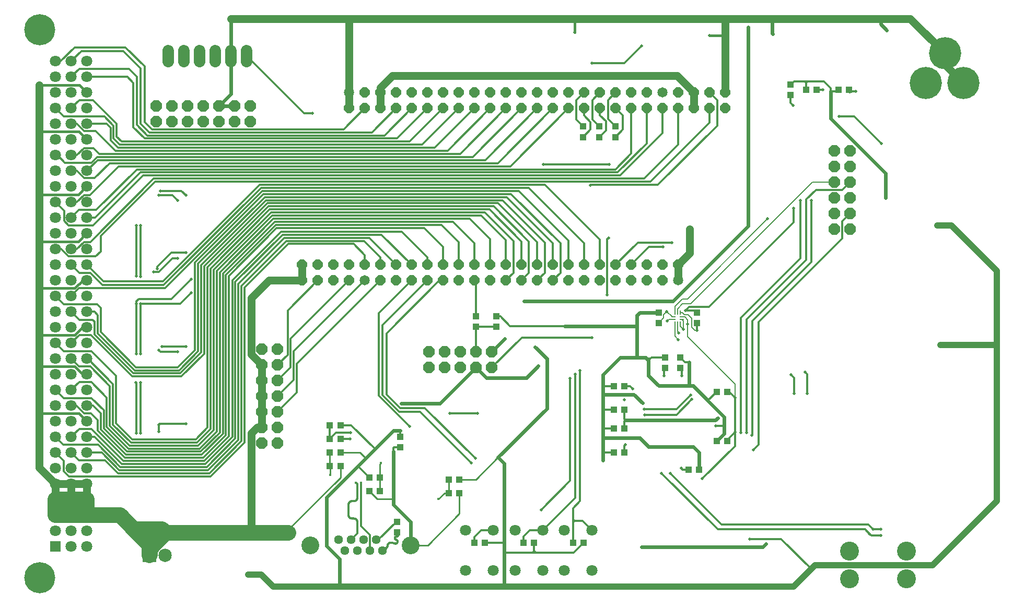
<source format=gbr>
G04 EAGLE Gerber RS-274X export*
G75*
%MOMM*%
%FSLAX34Y34*%
%LPD*%
%INBottom Copper*%
%IPPOS*%
%AMOC8*
5,1,8,0,0,1.08239X$1,22.5*%
G01*
%ADD10R,0.800000X0.200000*%
%ADD11R,0.200000X0.800000*%
%ADD12R,1.800000X1.800000*%
%ADD13C,1.800000*%
%ADD14C,5.040000*%
%ADD15C,3.078000*%
%ADD16C,1.645919*%
%ADD17P,1.781526X8X202.500000*%
%ADD18P,1.781526X8X22.500000*%
%ADD19P,1.979475X8X22.500000*%
%ADD20C,1.828800*%
%ADD21C,5.220000*%
%ADD22R,1.100000X1.000000*%
%ADD23R,1.000000X1.100000*%
%ADD24P,1.979475X8X292.500000*%
%ADD25P,1.979475X8X112.500000*%
%ADD26C,1.440000*%
%ADD27C,2.880000*%
%ADD28R,2.160000X2.160000*%
%ADD29C,2.160000*%
%ADD30C,0.609600*%
%ADD31C,0.502400*%
%ADD32C,0.304800*%
%ADD33C,1.270000*%
%ADD34C,0.406400*%
%ADD35C,0.203200*%
%ADD36C,2.540000*%
%ADD37C,0.254000*%
%ADD38C,0.152400*%
%ADD39C,1.016000*%
%ADD40C,0.452400*%


D10*
X1067900Y461500D03*
X1067900Y457500D03*
D11*
X1064900Y450500D03*
X1060900Y450500D03*
X1056900Y450500D03*
D10*
X1053900Y457500D03*
X1053900Y461500D03*
D11*
X1056900Y468500D03*
X1060900Y468500D03*
X1064900Y468500D03*
D12*
X53000Y88900D03*
D13*
X53000Y114300D03*
X53000Y139700D03*
X53000Y165100D03*
X53000Y190500D03*
X53000Y215900D03*
X53000Y241300D03*
X53000Y266700D03*
X53000Y292100D03*
X53000Y317500D03*
X53000Y342900D03*
X53000Y368300D03*
X53000Y393700D03*
X53000Y419100D03*
X53000Y444500D03*
X53000Y469900D03*
X53000Y495300D03*
X53000Y520700D03*
X53000Y546100D03*
X53000Y571500D03*
X53000Y596900D03*
X53000Y622300D03*
X53000Y647700D03*
X53000Y673100D03*
X53000Y698500D03*
X53000Y723900D03*
X53000Y749300D03*
X53000Y774700D03*
X53000Y800100D03*
X53000Y825500D03*
X53000Y850900D03*
X53000Y876300D03*
X78400Y88900D03*
X78400Y114300D03*
X78400Y139700D03*
X78400Y165100D03*
X78400Y190500D03*
X78400Y215900D03*
X78400Y241300D03*
X78400Y266700D03*
X78400Y292100D03*
X78400Y317500D03*
X78400Y342900D03*
X78400Y368300D03*
X78400Y393700D03*
X78400Y419100D03*
X78400Y444500D03*
X78400Y469900D03*
X78400Y495300D03*
X78400Y520700D03*
X78400Y546100D03*
X78400Y571500D03*
X78400Y596900D03*
X78400Y622300D03*
X78400Y647700D03*
X78400Y673100D03*
X78400Y698500D03*
X78400Y723900D03*
X78400Y749300D03*
X78400Y774700D03*
X78400Y800100D03*
X78400Y825500D03*
X78400Y850900D03*
X78400Y876300D03*
X103800Y88900D03*
X103800Y114300D03*
X103800Y139700D03*
X103800Y165100D03*
X103800Y190500D03*
X103800Y215900D03*
X103800Y241300D03*
X103800Y266700D03*
X103800Y292100D03*
X103800Y317500D03*
X103800Y342900D03*
X103800Y368300D03*
X103800Y393700D03*
X103800Y419100D03*
X103800Y444500D03*
X103800Y469900D03*
X103800Y495300D03*
X103800Y520700D03*
X103800Y546100D03*
X103800Y571500D03*
X103800Y596900D03*
X103800Y622300D03*
X103800Y647700D03*
X103800Y673100D03*
X103800Y698500D03*
X103800Y723900D03*
X103800Y749300D03*
X103800Y774700D03*
X103800Y800100D03*
X103800Y825500D03*
X103800Y850900D03*
X103800Y876300D03*
D14*
X27600Y38100D03*
X27600Y927100D03*
D15*
X1339800Y81800D03*
X1432000Y81800D03*
X1339800Y36800D03*
X1432000Y36800D03*
D16*
X1061974Y520700D03*
D17*
X1061974Y546100D03*
X1036574Y520700D03*
X1036574Y546100D03*
X1011174Y520700D03*
X1011174Y546100D03*
X985774Y520700D03*
X985774Y546100D03*
X960374Y520700D03*
X960374Y546100D03*
X934974Y520700D03*
X934974Y546100D03*
X909574Y520700D03*
X909574Y546100D03*
X884174Y520700D03*
X884174Y546100D03*
X858774Y520700D03*
X858774Y546100D03*
X833374Y520700D03*
X833374Y546100D03*
X807974Y520700D03*
X807974Y546100D03*
X782574Y520700D03*
X782574Y546100D03*
X757174Y520700D03*
X757174Y546100D03*
X731774Y520700D03*
X731774Y546100D03*
X706374Y520700D03*
X706374Y546100D03*
X680974Y520700D03*
X680974Y546100D03*
X655574Y520700D03*
X655574Y546100D03*
X630174Y520700D03*
X630174Y546100D03*
X604774Y520700D03*
X604774Y546100D03*
X579374Y520700D03*
X579374Y546100D03*
D16*
X553974Y520700D03*
D17*
X553974Y546100D03*
X528574Y520700D03*
X528574Y546100D03*
X503174Y520700D03*
X503174Y546100D03*
X477774Y520700D03*
X477774Y546100D03*
X452374Y520700D03*
X452374Y546100D03*
D16*
X528574Y825500D03*
D18*
X528574Y800100D03*
X553974Y825500D03*
X553974Y800100D03*
X579374Y825500D03*
X579374Y800100D03*
X604774Y825500D03*
X604774Y800100D03*
X630174Y825500D03*
X630174Y800100D03*
X655574Y825500D03*
X655574Y800100D03*
X680974Y825500D03*
X680974Y800100D03*
X706374Y825500D03*
X706374Y800100D03*
X731774Y825500D03*
X731774Y800100D03*
X757174Y825500D03*
X757174Y800100D03*
X782574Y825500D03*
X782574Y800100D03*
X807974Y825500D03*
X807974Y800100D03*
X833374Y825500D03*
X833374Y800100D03*
X858774Y825500D03*
X858774Y800100D03*
X884174Y825500D03*
X884174Y800100D03*
X909574Y825500D03*
X909574Y800100D03*
X934974Y825500D03*
X934974Y800100D03*
X960374Y825500D03*
X960374Y800100D03*
X985774Y825500D03*
X985774Y800100D03*
X1011174Y825500D03*
X1011174Y800100D03*
D16*
X1036574Y825500D03*
D18*
X1036574Y800100D03*
X1061974Y825500D03*
X1061974Y800100D03*
X1087374Y825500D03*
X1087374Y800100D03*
X1112774Y825500D03*
X1112774Y800100D03*
X1138174Y825500D03*
X1138174Y800100D03*
D19*
X216200Y778600D03*
X241600Y778600D03*
X267000Y778600D03*
X292400Y778600D03*
X317800Y778600D03*
X343200Y778600D03*
X216200Y804000D03*
X241600Y804000D03*
X267000Y804000D03*
X292400Y804000D03*
X317800Y804000D03*
X343200Y804000D03*
X368600Y778600D03*
X368600Y804000D03*
D20*
X235500Y875656D02*
X235500Y893944D01*
X260900Y893944D02*
X260900Y875656D01*
X286300Y875656D02*
X286300Y893944D01*
X311700Y893944D02*
X311700Y875656D01*
X337100Y875656D02*
X337100Y893944D01*
X362500Y893944D02*
X362500Y875656D01*
D21*
X1463400Y841100D03*
X1494400Y889100D03*
X1524400Y841100D03*
D22*
X974500Y311000D03*
X957500Y311000D03*
X974500Y281000D03*
X957500Y281000D03*
X1141500Y260000D03*
X1124500Y260000D03*
D23*
X1041000Y378500D03*
X1041000Y395500D03*
D22*
X1141500Y340000D03*
X1124500Y340000D03*
X974500Y349000D03*
X957500Y349000D03*
D23*
X1065000Y378500D03*
X1065000Y395500D03*
D22*
X974500Y242000D03*
X957500Y242000D03*
X1078500Y214000D03*
X1095500Y214000D03*
D24*
X387300Y409200D03*
X387300Y383800D03*
X387300Y358400D03*
X387300Y333000D03*
X387300Y307600D03*
X387300Y282200D03*
X412700Y409200D03*
X412700Y383800D03*
X412700Y358400D03*
X412700Y333000D03*
X412700Y307600D03*
X412700Y282200D03*
X387300Y256800D03*
X412700Y256800D03*
D19*
X658200Y379300D03*
X683600Y379300D03*
X709000Y379300D03*
X734400Y379300D03*
X759800Y379300D03*
X658200Y404700D03*
X683600Y404700D03*
X709000Y404700D03*
X734400Y404700D03*
X759800Y404700D03*
D25*
X1340700Y604500D03*
X1340700Y629900D03*
X1340700Y655300D03*
X1340700Y680700D03*
X1340700Y706100D03*
X1340700Y731500D03*
X1315300Y604500D03*
X1315300Y629900D03*
X1315300Y655300D03*
X1315300Y680700D03*
X1315300Y706100D03*
X1315300Y731500D03*
D23*
X1092000Y469000D03*
X1092000Y452000D03*
X1030200Y452000D03*
X1030200Y469000D03*
D22*
X1321500Y830000D03*
X1338500Y830000D03*
D26*
X562300Y82250D03*
X521500Y82250D03*
X541900Y82250D03*
X582700Y82250D03*
X511300Y100050D03*
X572500Y100050D03*
X552100Y100050D03*
X531700Y100050D03*
D27*
X465750Y91150D03*
X628250Y91150D03*
D22*
X767000Y462500D03*
X767000Y445500D03*
X734000Y445500D03*
X734000Y462500D03*
D23*
X611000Y267500D03*
X611000Y250500D03*
X1286500Y830000D03*
X1269500Y830000D03*
D22*
X1244000Y821500D03*
X1244000Y838500D03*
D23*
X960000Y753500D03*
X960000Y770500D03*
X934000Y753500D03*
X934000Y770500D03*
X908000Y753500D03*
X908000Y770500D03*
D13*
X762500Y115500D03*
X762500Y50500D03*
X717500Y115500D03*
X717500Y50500D03*
X842500Y115500D03*
X842500Y50500D03*
X797500Y115500D03*
X797500Y50500D03*
X922500Y115500D03*
X922500Y50500D03*
X877500Y115500D03*
X877500Y50500D03*
D23*
X731500Y95000D03*
X748500Y95000D03*
X811500Y95000D03*
X828500Y95000D03*
X891500Y95000D03*
X908500Y95000D03*
D28*
X205000Y75000D03*
D29*
X230400Y75000D03*
D23*
X707500Y176000D03*
X690500Y176000D03*
X561500Y179000D03*
X578500Y179000D03*
X514500Y220000D03*
X497500Y220000D03*
X690500Y198000D03*
X707500Y198000D03*
X497500Y242000D03*
X514500Y242000D03*
X578500Y201000D03*
X561500Y201000D03*
X514500Y264000D03*
X497500Y264000D03*
X497500Y286000D03*
X514500Y286000D03*
D22*
X606000Y112500D03*
X606000Y129500D03*
D30*
X1095500Y214000D02*
X1095500Y241500D01*
X1086000Y251000D01*
D31*
X1086000Y251000D03*
X1074000Y251000D03*
D30*
X1086000Y251000D01*
D31*
X1057000Y251000D03*
X1033000Y251000D03*
X1014000Y251000D03*
D30*
X1033000Y251000D01*
X1057000Y251000D01*
X1074000Y251000D01*
X1004000Y322000D02*
X990000Y336000D01*
D31*
X1004000Y322000D03*
D30*
X1009000Y395500D02*
X995000Y395500D01*
X1009000Y395500D02*
X1014000Y390500D01*
X1014000Y366170D01*
D31*
X1014000Y366170D03*
X1080000Y388000D03*
D30*
X1136500Y272000D02*
X1124500Y260000D01*
X1136500Y272000D02*
X1136500Y285000D01*
D32*
X1123000Y285000D01*
D31*
X1123000Y285000D03*
X1092000Y440000D03*
D32*
X1092000Y452000D01*
D33*
X1494400Y871100D02*
X1494400Y889100D01*
X1494400Y871100D02*
X1524400Y841100D01*
X528574Y825500D02*
X528574Y800100D01*
D34*
X103800Y520700D02*
X97611Y520700D01*
X83711Y508000D01*
D30*
X995000Y447000D02*
X995000Y395500D01*
X995000Y447000D02*
X995000Y464000D01*
D33*
X1438110Y945390D02*
X1494400Y889100D01*
X528000Y945390D02*
X337100Y945390D01*
X528000Y945390D02*
X894000Y945390D01*
X1138000Y945390D01*
X1214000Y945390D01*
X1390000Y945390D01*
X1438110Y945390D01*
X528574Y944816D02*
X528574Y825500D01*
X528574Y944816D02*
X528000Y945390D01*
X1138174Y918000D02*
X1138174Y825500D01*
X1138174Y918000D02*
X1138174Y945216D01*
X1138000Y945390D01*
D30*
X337100Y945390D02*
X337100Y884800D01*
X337100Y823300D01*
X317800Y804000D01*
X343200Y804000D01*
D33*
X1061974Y546100D02*
X1061974Y520700D01*
X452374Y520700D02*
X398700Y520700D01*
X370000Y492000D01*
X370000Y401100D01*
X387300Y383800D01*
X387300Y358400D01*
X387300Y333000D01*
X387300Y307600D01*
X387300Y282200D01*
D30*
X1390000Y937000D02*
X1390000Y945390D01*
X1390000Y937000D02*
X1400000Y927000D01*
D31*
X1400000Y927000D03*
D30*
X1214000Y922000D02*
X1214000Y945390D01*
X1214000Y922000D02*
X1215000Y921000D01*
D31*
X1215000Y921000D03*
X1350000Y828000D03*
D30*
X1339500Y828000D02*
X1338500Y830000D01*
D31*
X878000Y447000D03*
D30*
X995000Y447000D01*
D32*
X878000Y447000D02*
X789500Y447000D01*
D31*
X1080700Y604500D03*
D33*
X1080700Y564826D01*
D34*
X894000Y923000D02*
X894000Y945390D01*
D31*
X894000Y923000D03*
D34*
X1113000Y918000D02*
X1138174Y918000D01*
D31*
X1113000Y918000D03*
X600000Y243000D03*
D32*
X601500Y250500D02*
X611000Y250500D01*
X601500Y250500D02*
X600000Y249000D01*
X600000Y243000D01*
X1339500Y828000D02*
X1350000Y828000D01*
D30*
X1000000Y469000D02*
X995000Y464000D01*
X1000000Y469000D02*
X1030200Y469000D01*
D32*
X789500Y447000D02*
X774000Y462500D01*
X767000Y462500D01*
D35*
X1064900Y468500D02*
X1068559Y468500D01*
X1071615Y465444D01*
X1077556Y465444D01*
D31*
X940000Y229000D03*
D30*
X940000Y242000D01*
X940000Y265000D01*
X940000Y281000D01*
X940000Y311000D01*
X940000Y336000D01*
X940000Y349000D01*
X940000Y368000D01*
X967500Y395500D01*
X995000Y395500D01*
X990000Y336000D02*
X940000Y336000D01*
X940000Y265000D02*
X1000000Y265000D01*
X1014000Y251000D01*
D32*
X957500Y281000D02*
X940000Y281000D01*
X940000Y311000D02*
X957500Y311000D01*
X957500Y349000D02*
X940000Y349000D01*
D30*
X1014000Y366170D02*
X1030170Y350000D01*
X1080000Y350000D01*
X1086000Y350000D01*
X1136500Y299500D02*
X1136500Y285000D01*
X1110500Y325500D02*
X1086000Y350000D01*
X1110500Y325500D02*
X1136500Y299500D01*
D32*
X1110500Y326000D02*
X1124500Y340000D01*
X1110500Y326000D02*
X1110500Y325500D01*
D30*
X1080000Y350000D02*
X1080000Y388000D01*
D35*
X1084000Y459000D02*
X1077556Y465444D01*
X1084000Y459000D02*
X1084000Y445000D01*
X1089000Y440000D01*
X1092000Y440000D01*
D32*
X1041000Y395500D02*
X1019000Y395500D01*
X1017250Y393750D01*
X1014000Y390500D01*
X1065000Y395500D02*
X1072500Y388000D01*
X1080000Y388000D01*
D35*
X1070678Y454722D02*
X1067900Y457500D01*
X1070678Y454722D02*
X1070678Y441174D01*
D31*
X1070678Y441174D03*
D35*
X1064900Y446952D02*
X1064900Y450500D01*
X1064900Y446952D02*
X1070678Y441174D01*
D30*
X750700Y363000D02*
X734400Y379300D01*
X816000Y363000D02*
X835000Y382000D01*
D31*
X835000Y382000D03*
D30*
X816000Y363000D02*
X750700Y363000D01*
D32*
X940000Y242000D02*
X957500Y242000D01*
D30*
X600000Y243000D02*
X600000Y166000D01*
X600000Y158000D01*
X628250Y129150D02*
X628250Y91150D01*
X628250Y129150D02*
X612400Y145000D01*
X600000Y157400D02*
X600000Y158000D01*
X600000Y157400D02*
X612400Y145000D01*
D32*
X1010750Y393750D02*
X1017250Y393750D01*
X1010750Y393750D02*
X1009000Y395500D01*
D34*
X96600Y444500D02*
X84100Y432000D01*
X96600Y444500D02*
X103800Y444500D01*
X89700Y584000D02*
X102600Y596900D01*
X103800Y596900D01*
X89700Y660200D02*
X102600Y673100D01*
X103800Y673100D01*
D31*
X600000Y158000D03*
X612400Y145000D03*
D30*
X676100Y321000D02*
X734400Y379300D01*
X676100Y321000D02*
X660000Y321000D01*
D31*
X613000Y321000D03*
D30*
X650000Y321000D02*
X660000Y321000D01*
X650000Y321000D02*
X613000Y321000D01*
D31*
X650000Y321000D03*
X660000Y321000D03*
D33*
X53000Y190500D02*
X26000Y217500D01*
X26000Y762000D02*
X26000Y838000D01*
X26000Y762000D02*
X26000Y662000D01*
X26000Y585000D01*
X26000Y508000D01*
X26000Y432000D01*
X26000Y381000D01*
X26000Y304000D01*
X26000Y217500D01*
X53000Y190500D02*
X78400Y190500D01*
X103800Y190500D01*
D34*
X103800Y368300D02*
X96800Y368300D01*
X84100Y381000D01*
X26000Y381000D01*
X26000Y432000D02*
X84100Y432000D01*
X83711Y508000D02*
X26000Y508000D01*
X27000Y584000D02*
X89700Y584000D01*
X27000Y584000D02*
X26000Y585000D01*
X27800Y660200D02*
X89700Y660200D01*
X27800Y660200D02*
X26000Y662000D01*
X103800Y749300D02*
X91100Y762000D01*
X26000Y762000D01*
X91300Y838000D02*
X103800Y825500D01*
X91300Y838000D02*
X26000Y838000D01*
X27000Y305000D02*
X26000Y304000D01*
X90900Y305000D02*
X103800Y292100D01*
X90900Y305000D02*
X27000Y305000D01*
D31*
X220000Y287000D03*
D32*
X221000Y288000D02*
X264000Y288000D01*
X221000Y288000D02*
X220000Y287000D01*
D31*
X264000Y288000D03*
X220000Y275694D03*
D32*
X220000Y287000D01*
D31*
X225000Y414000D03*
D32*
X264000Y414000D01*
D31*
X264000Y414000D03*
X218000Y540000D03*
D32*
X218000Y543000D01*
X241000Y566000D01*
X264000Y566000D01*
D31*
X264000Y566000D03*
X223000Y666000D03*
D32*
X257000Y666000D01*
X264000Y659000D01*
D31*
X264000Y659000D03*
D33*
X452374Y546100D02*
X452374Y520700D01*
X1061974Y546100D02*
X1080700Y564826D01*
D36*
X157300Y139700D02*
X103800Y139700D01*
X205000Y92000D02*
X205000Y75000D01*
X180000Y117000D02*
X157300Y139700D01*
X180000Y117000D02*
X205000Y92000D01*
D33*
X53000Y165100D02*
X53000Y190500D01*
X78400Y190500D02*
X78400Y165100D01*
D36*
X53000Y139700D02*
X103800Y139700D01*
X53000Y139700D02*
X53000Y165100D01*
X78400Y165100D02*
X78400Y139700D01*
X78400Y165100D02*
X53000Y165100D01*
D33*
X103800Y165100D02*
X103800Y190500D01*
D36*
X103800Y165100D02*
X78400Y165100D01*
X103800Y165100D02*
X103800Y139700D01*
D31*
X430000Y111000D03*
D36*
X205630Y75630D02*
X205000Y75000D01*
X205630Y75630D02*
X205630Y85260D01*
X231370Y111000D01*
X390000Y111000D01*
X398000Y111000D01*
X406000Y111000D01*
X414000Y111000D01*
X422000Y111000D01*
X430000Y111000D01*
D31*
X422000Y111000D03*
X414000Y111000D03*
X406000Y111000D03*
X398000Y111000D03*
X390000Y111000D03*
D36*
X231370Y111000D02*
X225370Y117000D01*
X180000Y117000D01*
D33*
X379300Y282200D02*
X387300Y282200D01*
X379300Y282200D02*
X370000Y272900D01*
X370000Y119000D01*
D37*
X707500Y142500D02*
X707500Y176000D01*
X656150Y91150D02*
X628250Y91150D01*
X656150Y91150D02*
X707500Y142500D01*
X424500Y111000D02*
X422000Y111000D01*
X514500Y201000D02*
X514500Y220000D01*
X514500Y201000D02*
X424500Y111000D01*
X561500Y179000D02*
X574500Y166000D01*
X600000Y166000D01*
D38*
X390000Y111000D02*
X378000Y111000D01*
X370000Y119000D01*
D32*
X514500Y264000D02*
X530000Y264000D01*
D31*
X530000Y264000D03*
D32*
X519874Y766000D02*
X553974Y800100D01*
X519874Y766000D02*
X209000Y766000D01*
X197000Y778000D01*
X197000Y868000D01*
X166000Y899000D01*
X83700Y899000D02*
X61000Y876300D01*
X53000Y876300D01*
X83700Y899000D02*
X166000Y899000D01*
X66100Y787000D02*
X53000Y800100D01*
X647274Y741000D02*
X706374Y800100D01*
X132000Y787000D02*
X66100Y787000D01*
X132000Y787000D02*
X147000Y772000D01*
X147000Y751000D01*
X157000Y741000D01*
X647274Y741000D01*
X67900Y712000D02*
X56000Y723900D01*
X53000Y723900D01*
X67900Y712000D02*
X111000Y712000D01*
X120000Y721000D01*
X728874Y721000D02*
X807974Y800100D01*
X728874Y721000D02*
X120000Y721000D01*
X53000Y647700D02*
X66606Y634094D01*
X66606Y617415D01*
X74021Y610000D01*
X114000Y610000D01*
X195000Y691000D01*
X1036574Y759574D02*
X1036574Y800100D01*
X968000Y691000D02*
X195000Y691000D01*
X968000Y691000D02*
X1036574Y759574D01*
X61721Y571500D02*
X53000Y571500D01*
X93994Y559706D02*
X94000Y559700D01*
X73515Y559706D02*
X61721Y571500D01*
X73515Y559706D02*
X93994Y559706D01*
X94000Y559700D02*
X117700Y559700D01*
X1112774Y776774D02*
X1112774Y800100D01*
X1112774Y776774D02*
X1017000Y681000D01*
X126000Y568000D02*
X117700Y559700D01*
X126000Y568000D02*
X126000Y593000D01*
X214000Y681000D01*
X1017000Y681000D01*
X66300Y482000D02*
X53000Y495300D01*
X66300Y482000D02*
X120000Y482000D01*
X791000Y661000D02*
X871000Y581000D01*
X871000Y532926D01*
X126000Y476000D02*
X120000Y482000D01*
X126000Y476000D02*
X126000Y437000D01*
X183000Y380000D01*
X251000Y380000D01*
X279000Y408000D01*
X279000Y550000D01*
X390000Y661000D01*
X791000Y661000D01*
X871000Y532926D02*
X858774Y520700D01*
X66100Y406000D02*
X53000Y419100D01*
X763000Y641000D02*
X820000Y584000D01*
X820000Y532726D01*
X111000Y406000D02*
X66100Y406000D01*
X398000Y641000D02*
X763000Y641000D01*
X151000Y366000D02*
X111000Y406000D01*
X299000Y542000D02*
X398000Y641000D01*
X151000Y366000D02*
X151000Y289000D01*
X177000Y263000D01*
X280000Y263000D01*
X299000Y282000D01*
X299000Y542000D01*
X807974Y520700D02*
X820000Y532726D01*
X65900Y330000D02*
X53000Y342900D01*
X724000Y621000D02*
X757174Y587826D01*
X319000Y534000D02*
X319000Y274000D01*
X319000Y534000D02*
X406000Y621000D01*
X111000Y330000D02*
X65900Y330000D01*
X111000Y330000D02*
X131000Y310000D01*
X131000Y281000D01*
X169000Y243000D01*
X288000Y243000D01*
X319000Y274000D01*
X406000Y621000D02*
X724000Y621000D01*
X757174Y587826D02*
X757174Y546100D01*
X65700Y254000D02*
X53000Y266700D01*
X420674Y595100D02*
X581174Y595100D01*
X420674Y595100D02*
X344174Y518600D01*
X122000Y254000D02*
X65700Y254000D01*
X122000Y254000D02*
X158000Y218000D01*
X298000Y218000D01*
X344174Y264174D01*
X344174Y518600D01*
X581174Y595100D02*
X630174Y546100D01*
X66000Y228300D02*
X53000Y241300D01*
X66000Y211621D02*
X74621Y203000D01*
X304000Y203000D01*
X359000Y258000D01*
X359000Y509000D01*
X66000Y228300D02*
X66000Y211621D01*
X359000Y509000D02*
X430000Y580000D01*
X536000Y580000D01*
X553974Y562026D01*
X553974Y546100D01*
X759800Y379300D02*
X808500Y428000D01*
X922000Y428000D01*
D31*
X922000Y428000D03*
X947000Y497000D03*
D32*
X455300Y792000D02*
X362500Y884800D01*
X455300Y792000D02*
X469000Y792000D01*
D31*
X469000Y792000D03*
X843000Y709000D03*
D32*
X950000Y709000D01*
D31*
X950000Y709000D03*
X949000Y590000D03*
D32*
X947000Y588000D01*
X947000Y497000D01*
X95100Y893000D02*
X78400Y876300D01*
X565674Y761000D02*
X604774Y800100D01*
X163000Y893000D02*
X95100Y893000D01*
X163000Y893000D02*
X191000Y865000D01*
X191000Y775000D01*
X205000Y761000D01*
X565674Y761000D01*
X91500Y864000D02*
X78400Y850900D01*
X172000Y864000D02*
X185000Y851000D01*
X586074Y756000D02*
X630174Y800100D01*
X172000Y864000D02*
X91500Y864000D01*
X185000Y851000D02*
X185000Y773000D01*
X202000Y756000D01*
X586074Y756000D01*
X91300Y813000D02*
X78400Y800100D01*
X114000Y813000D02*
X152000Y775000D01*
X626874Y746000D02*
X680974Y800100D01*
X114000Y813000D02*
X91300Y813000D01*
X152000Y775000D02*
X152000Y754000D01*
X160000Y746000D01*
X626874Y746000D01*
X87121Y774700D02*
X78400Y774700D01*
X87121Y774700D02*
X98915Y762906D01*
X117794Y762906D01*
X688074Y731000D02*
X757174Y800100D01*
X149700Y731000D02*
X117794Y762906D01*
X149700Y731000D02*
X688074Y731000D01*
X108685Y735694D02*
X98915Y735694D01*
X87121Y723900D02*
X78400Y723900D01*
X87121Y723900D02*
X98915Y735694D01*
X108685Y735694D02*
X108879Y735500D01*
X708474Y726000D02*
X782574Y800100D01*
X114500Y735500D02*
X108879Y735500D01*
X114500Y735500D02*
X124000Y726000D01*
X708474Y726000D01*
X87121Y698500D02*
X78400Y698500D01*
X116394Y686706D02*
X116400Y686700D01*
X98915Y686706D02*
X87121Y698500D01*
X98915Y686706D02*
X116394Y686706D01*
X116400Y686700D02*
X140700Y711000D01*
X769674Y711000D02*
X858774Y800100D01*
X769674Y711000D02*
X140700Y711000D01*
X87121Y647700D02*
X78400Y647700D01*
X87121Y647700D02*
X98915Y659494D01*
X790074Y706000D02*
X884174Y800100D01*
X108494Y659494D02*
X98915Y659494D01*
X108494Y659494D02*
X155000Y706000D01*
X790074Y706000D01*
X91100Y635000D02*
X78400Y622300D01*
X91100Y635000D02*
X119000Y635000D01*
X185000Y701000D01*
X960000Y701000D02*
X986000Y727000D01*
X986000Y799874D01*
X985774Y800100D01*
X960000Y701000D02*
X185000Y701000D01*
X87121Y571500D02*
X78400Y571500D01*
X87121Y571500D02*
X98915Y583294D01*
X109294Y583294D01*
X212000Y686000D01*
X1007000Y686000D01*
X1061974Y740974D02*
X1061974Y800100D01*
X1061974Y740974D02*
X1007000Y686000D01*
X386000Y671000D02*
X228306Y513306D01*
X386000Y671000D02*
X820000Y671000D01*
X909574Y581426D01*
X91500Y533000D02*
X78400Y546100D01*
X91500Y533000D02*
X109000Y533000D01*
X128694Y513306D01*
X228306Y513306D01*
X909574Y546100D02*
X909574Y581426D01*
X91100Y508000D02*
X78400Y495300D01*
X230000Y508000D02*
X388000Y666000D01*
X804000Y666000D01*
X230000Y508000D02*
X91100Y508000D01*
X804000Y666000D02*
X884174Y585826D01*
X884174Y546100D01*
X91300Y457000D02*
X78400Y469900D01*
X91300Y457000D02*
X113000Y457000D01*
X777000Y651000D02*
X846000Y582000D01*
X846000Y533326D01*
X116000Y454000D02*
X113000Y457000D01*
X116000Y454000D02*
X116000Y433000D01*
X179000Y370000D01*
X255000Y370000D01*
X289000Y404000D01*
X289000Y546000D01*
X394000Y651000D01*
X777000Y651000D01*
X846000Y533326D02*
X833374Y520700D01*
X91300Y432000D02*
X78400Y419100D01*
X91300Y432000D02*
X110000Y432000D01*
X770000Y646000D02*
X833374Y582626D01*
X177000Y365000D02*
X110000Y432000D01*
X177000Y365000D02*
X257000Y365000D01*
X294000Y402000D01*
X294000Y544000D01*
X396000Y646000D01*
X770000Y646000D01*
X833374Y582626D02*
X833374Y546100D01*
X91100Y381000D02*
X78400Y393700D01*
X91100Y381000D02*
X109000Y381000D01*
X402000Y631000D02*
X749000Y631000D01*
X795000Y585000D01*
X795000Y533126D01*
X141000Y349000D02*
X109000Y381000D01*
X141000Y349000D02*
X141000Y285000D01*
X173000Y253000D01*
X309000Y538000D02*
X402000Y631000D01*
X284000Y253000D02*
X173000Y253000D01*
X284000Y253000D02*
X309000Y278000D01*
X309000Y538000D01*
X782574Y520700D02*
X795000Y533126D01*
X91500Y356000D02*
X78400Y342900D01*
X91500Y356000D02*
X111000Y356000D01*
X404000Y626000D02*
X743000Y626000D01*
X782574Y586426D01*
X136000Y331000D02*
X136000Y283000D01*
X171000Y248000D01*
X314000Y536000D02*
X404000Y626000D01*
X111000Y356000D02*
X136000Y331000D01*
X171000Y248000D02*
X286000Y248000D01*
X314000Y276000D01*
X314000Y536000D01*
X782574Y546100D02*
X782574Y586426D01*
X86400Y317500D02*
X78400Y317500D01*
X86400Y317500D02*
X98900Y305000D01*
X110000Y305000D01*
X121000Y294000D01*
X121000Y277000D01*
X165000Y233000D01*
X292000Y233000D01*
X329000Y270000D01*
X329000Y530000D01*
X409682Y610682D01*
X678318Y610682D01*
X706374Y582626D01*
X706374Y546100D01*
X91300Y279600D02*
X78400Y266700D01*
X91300Y279600D02*
X111300Y279600D01*
X162900Y228000D01*
X294000Y228000D01*
X334000Y268000D01*
X334000Y528300D01*
X411064Y605364D01*
X650636Y605364D02*
X681000Y575000D01*
X650636Y605364D02*
X411064Y605364D01*
X681000Y575000D02*
X681000Y546126D01*
X680974Y546100D01*
X90700Y229000D02*
X78400Y241300D01*
X90700Y229000D02*
X133000Y229000D01*
X154000Y208000D01*
X302000Y208000D01*
X354000Y260000D01*
X354000Y512000D01*
X427000Y585000D01*
X553000Y585000D01*
X579374Y558626D01*
X579374Y546100D01*
X169100Y850900D02*
X103800Y850900D01*
X606474Y751000D02*
X655574Y800100D01*
X179000Y841000D02*
X169100Y850900D01*
X179000Y841000D02*
X179000Y769000D01*
X197000Y751000D01*
X606474Y751000D01*
X135300Y774700D02*
X103800Y774700D01*
X667674Y736000D02*
X731774Y800100D01*
X142000Y768000D02*
X135300Y774700D01*
X142000Y768000D02*
X142000Y748000D01*
X154000Y736000D01*
X667674Y736000D01*
X121300Y716000D02*
X103800Y698500D01*
X749274Y716000D02*
X833374Y800100D01*
X749274Y716000D02*
X121300Y716000D01*
X117300Y622300D02*
X103800Y622300D01*
X117300Y622300D02*
X191006Y696006D01*
X1011174Y743174D02*
X1011174Y800100D01*
X964006Y696006D02*
X191006Y696006D01*
X964006Y696006D02*
X1011174Y743174D01*
X846000Y676000D02*
X384000Y676000D01*
X846000Y676000D02*
X934974Y587026D01*
X130900Y519000D02*
X103800Y546100D01*
X130900Y519000D02*
X227000Y519000D01*
X384000Y676000D01*
X934974Y587026D02*
X934974Y546100D01*
X115900Y469900D02*
X103800Y469900D01*
X784000Y656000D02*
X858774Y581226D01*
X121000Y464800D02*
X115900Y469900D01*
X121000Y464800D02*
X121000Y435000D01*
X181000Y375000D01*
X253000Y375000D01*
X284000Y406000D01*
X284000Y548000D01*
X392000Y656000D01*
X784000Y656000D01*
X858774Y581226D02*
X858774Y546100D01*
X756000Y636000D02*
X400000Y636000D01*
X756000Y636000D02*
X807974Y584026D01*
X105300Y393700D02*
X103800Y393700D01*
X146000Y287000D02*
X175000Y258000D01*
X282000Y258000D01*
X304000Y280000D01*
X304000Y540000D02*
X400000Y636000D01*
X146000Y353000D02*
X105300Y393700D01*
X146000Y353000D02*
X146000Y287000D01*
X304000Y280000D02*
X304000Y540000D01*
X807974Y546100D02*
X807974Y584026D01*
X697000Y616000D02*
X408300Y616000D01*
X697000Y616000D02*
X731774Y581226D01*
X113500Y317500D02*
X103800Y317500D01*
X113500Y317500D02*
X126000Y305000D01*
X126000Y279000D01*
X167000Y238000D01*
X290000Y238000D01*
X324000Y531700D02*
X408300Y616000D01*
X324000Y272000D02*
X290000Y238000D01*
X324000Y272000D02*
X324000Y531700D01*
X731774Y546100D02*
X731774Y581226D01*
X339300Y266700D02*
X295600Y223000D01*
X160000Y223000D01*
X116300Y266700D01*
X103800Y266700D01*
X614200Y600100D02*
X655574Y558726D01*
X614200Y600100D02*
X418018Y600018D01*
X655574Y558726D02*
X655574Y546100D01*
X339300Y521300D02*
X339300Y266700D01*
X339300Y521300D02*
X418018Y600018D01*
X127700Y241300D02*
X103800Y241300D01*
X127700Y241300D02*
X156000Y213000D01*
X300000Y213000D01*
X423374Y589700D02*
X561174Y589700D01*
X423374Y589700D02*
X348774Y515100D01*
X348774Y261774D02*
X300000Y213000D01*
X348774Y261774D02*
X348774Y515100D01*
X561174Y589700D02*
X604774Y546100D01*
D31*
X1378000Y117000D03*
X1390000Y117000D03*
D32*
X1378000Y117000D01*
D31*
X1049000Y208000D03*
D32*
X1132000Y125000D01*
X1370000Y125000D01*
X1378000Y117000D01*
D31*
X1372000Y110000D03*
X1390230Y107000D03*
D32*
X1375000Y107000D01*
X1372000Y110000D01*
D31*
X1035000Y208000D03*
D32*
X1126000Y117000D01*
X1365000Y117000D01*
X1372000Y110000D01*
D31*
X1154000Y331000D03*
D32*
X1145000Y340000D01*
X1141500Y340000D01*
X1154000Y331000D02*
X1154000Y274500D01*
X1141500Y262000D01*
X1141500Y260000D01*
D31*
X1154000Y274500D03*
X1204400Y93600D03*
D30*
X1199400Y88600D01*
D31*
X975000Y327000D03*
X976000Y294000D03*
D32*
X974500Y292500D01*
X974500Y281000D01*
X976000Y294000D02*
X974500Y295500D01*
X974500Y311000D01*
D31*
X1039000Y366000D03*
D32*
X1039000Y376500D01*
X1041000Y378500D01*
D31*
X1126000Y298000D03*
D30*
X1122000Y294000D01*
X976000Y294000D01*
D31*
X1101000Y199000D03*
D35*
X1072492Y461500D02*
X1067900Y461500D01*
X1072492Y461500D02*
X1077000Y456992D01*
D31*
X1084000Y88600D03*
D30*
X1199400Y88600D01*
X1084000Y88600D02*
X1003000Y88600D01*
D31*
X1003000Y88600D03*
D32*
X1154000Y252000D02*
X1154000Y274500D01*
X1154000Y252000D02*
X1101000Y199000D01*
D35*
X1154000Y331000D02*
X1154000Y352500D01*
X1077000Y429500D01*
X1077000Y450000D01*
D31*
X1077000Y450000D03*
D35*
X1077000Y456992D01*
D31*
X1043530Y470470D03*
D35*
X1052500Y461500D01*
X1053900Y461500D01*
X1043530Y470470D02*
X1038000Y464941D01*
X1038000Y459800D02*
X1030200Y452000D01*
X1038000Y459800D02*
X1038000Y464941D01*
D32*
X1069000Y214000D02*
X1078500Y214000D01*
X1069000Y214000D02*
X1067000Y216000D01*
D31*
X1067000Y216000D03*
X976000Y254000D03*
D32*
X974500Y252500D01*
X974500Y242000D01*
D31*
X988000Y345000D03*
D32*
X984000Y349000D01*
X974500Y349000D01*
D31*
X1068000Y366000D03*
D32*
X1068000Y375500D01*
X1065000Y378500D01*
D31*
X1062000Y425000D03*
D35*
X1056678Y438619D02*
X1056900Y438841D01*
X1056900Y450500D01*
X1056678Y430322D02*
X1062000Y425000D01*
X1056678Y430322D02*
X1056678Y438619D01*
D31*
X1063000Y436000D03*
D35*
X1060900Y438100D01*
X1060900Y450500D01*
D31*
X1184000Y246000D03*
D32*
X1192000Y254000D01*
X1192000Y453000D01*
X1328000Y589000D01*
X1328000Y617200D01*
X1340700Y629900D01*
D31*
X1181426Y269574D03*
D32*
X1182426Y270574D02*
X1182426Y455426D01*
X1182426Y270574D02*
X1181426Y269574D01*
D31*
X1278000Y650830D03*
D32*
X1278000Y551000D02*
X1182426Y455426D01*
X1278000Y551000D02*
X1278000Y650830D01*
D31*
X1173000Y274000D03*
D32*
X1173000Y458000D01*
X1269000Y554000D02*
X1269000Y652000D01*
X1269000Y554000D02*
X1173000Y458000D01*
X1328000Y668000D02*
X1340700Y680700D01*
X1285000Y668000D02*
X1269000Y652000D01*
X1285000Y668000D02*
X1328000Y668000D01*
D31*
X1163088Y274000D03*
D32*
X1163088Y460088D01*
X1260000Y557000D02*
X1260000Y651000D01*
D31*
X1260000Y651000D03*
D32*
X1260000Y557000D02*
X1163088Y460088D01*
D31*
X1175000Y932000D03*
D30*
X1175000Y609000D01*
X1053000Y487000D02*
X812000Y487000D01*
D31*
X812000Y487000D03*
X781000Y426000D03*
D30*
X781000Y425900D01*
X759800Y404700D01*
X1053000Y487000D02*
X1175000Y609000D01*
D39*
X1578000Y536700D02*
X1578000Y416000D01*
X1578000Y163000D01*
X1473800Y58800D01*
D31*
X1487000Y416000D03*
D39*
X1578000Y416000D01*
X1473800Y58800D02*
X1283800Y58800D01*
X1277500Y52500D01*
X1249000Y24000D01*
X780000Y24000D01*
X513000Y24000D01*
X406000Y24000D01*
D33*
X1087374Y825500D02*
X1059874Y853000D01*
X579374Y833374D02*
X579374Y825500D01*
X599000Y853000D02*
X1059874Y853000D01*
X599000Y853000D02*
X579374Y833374D01*
X579374Y825500D02*
X579374Y800100D01*
D39*
X386000Y44000D02*
X365000Y44000D01*
D31*
X365000Y44000D03*
D39*
X386000Y44000D02*
X406000Y24000D01*
D31*
X1309000Y828000D03*
D32*
X1249500Y844000D02*
X1244000Y838500D01*
X1249500Y844000D02*
X1267000Y844000D01*
X1270000Y844000D01*
X1272000Y844000D01*
X1298000Y844000D01*
X1309000Y833000D01*
X1309000Y828000D01*
D30*
X513000Y24000D02*
X512958Y24042D01*
X512958Y69052D01*
X600300Y277300D02*
X611100Y277300D01*
X600300Y277300D02*
X570500Y247500D01*
D31*
X611100Y277300D03*
D30*
X570500Y247500D02*
X555500Y232500D01*
X542500Y219500D01*
X492000Y169000D01*
X492000Y90010D02*
X512958Y69052D01*
X492000Y90010D02*
X492000Y169000D01*
D32*
X611100Y267600D02*
X611100Y277300D01*
X611100Y267600D02*
X611000Y267500D01*
D30*
X780000Y79000D02*
X780000Y24000D01*
X780000Y79000D02*
X780000Y94000D01*
X780000Y224000D01*
X770000Y234000D01*
D31*
X770000Y234000D03*
D30*
X849000Y313000D01*
X849000Y394000D01*
X830000Y413000D01*
D31*
X830000Y413000D03*
X1249000Y638000D03*
D32*
X1249000Y615000D01*
D39*
X1504700Y610000D02*
X1578000Y536700D01*
X1504700Y610000D02*
X1496000Y610000D01*
D31*
X1482000Y610000D03*
D39*
X1496000Y610000D01*
D31*
X1496000Y610000D03*
D33*
X1087374Y800100D02*
X1087374Y825500D01*
D32*
X779000Y95000D02*
X748500Y95000D01*
X779000Y95000D02*
X780000Y94000D01*
X892500Y79000D02*
X908500Y95000D01*
D30*
X1398000Y655300D02*
X1398000Y695000D01*
D31*
X1398000Y655300D03*
D30*
X1398000Y695000D02*
X1309000Y784000D01*
X1309000Y828000D01*
D32*
X1319500Y828000D01*
X1321500Y830000D01*
X1229000Y101000D02*
X1277500Y52500D01*
X1229000Y101000D02*
X1178000Y101000D01*
D31*
X1178000Y101000D03*
X1074000Y472000D03*
X1044000Y455118D03*
D35*
X1046382Y457500D01*
X1053900Y457500D01*
D32*
X1269500Y843500D02*
X1270000Y844000D01*
X1269500Y843500D02*
X1269500Y841500D01*
X1269500Y830000D01*
X1269500Y841500D02*
X1272000Y844000D01*
X1269500Y841500D02*
X1267000Y844000D01*
X1080000Y478000D02*
X1074000Y472000D01*
X1112000Y478000D02*
X1249000Y615000D01*
X1112000Y478000D02*
X1080000Y478000D01*
X1074000Y472000D02*
X1089000Y472000D01*
X1092000Y469000D01*
D31*
X220000Y408000D03*
D32*
X223000Y405000D01*
X251000Y405000D01*
D31*
X251000Y405000D03*
X211694Y534694D03*
X251000Y557000D03*
D32*
X220198Y534694D02*
X211694Y534694D01*
X242504Y557000D02*
X251000Y557000D01*
X242504Y557000D02*
X220198Y534694D01*
D31*
X220000Y659000D03*
D32*
X242694Y659000D01*
X251000Y650694D01*
D31*
X251000Y650694D03*
D37*
X707500Y198000D02*
X734000Y198000D01*
X770000Y234000D01*
X546000Y242000D02*
X514500Y242000D01*
X546000Y242000D02*
X555500Y232500D01*
X543000Y219500D02*
X561500Y201000D01*
X543000Y219500D02*
X542500Y219500D01*
D32*
X780000Y79000D02*
X826000Y79000D01*
X828000Y79000D02*
X828500Y79000D01*
X828000Y79000D02*
X826000Y79000D01*
X828500Y79000D02*
X831500Y79000D01*
X892500Y79000D01*
X828500Y82000D02*
X828500Y95000D01*
X828500Y81500D02*
X828500Y79500D01*
X828000Y79000D01*
X828500Y82000D02*
X831500Y79000D01*
X828500Y79000D02*
X828500Y95000D01*
X828500Y82000D02*
X828500Y81500D01*
X826000Y79000D01*
X570500Y247500D02*
X532000Y286000D01*
X514500Y286000D01*
D31*
X1052000Y582000D03*
D32*
X996274Y582000D01*
X960374Y546100D01*
D31*
X1037000Y575000D03*
D32*
X1014674Y575000D01*
X985774Y546100D01*
D31*
X191000Y273000D03*
D32*
X191000Y355108D01*
X190802Y355306D01*
D31*
X190802Y355306D03*
X191000Y402000D03*
D32*
X191000Y483108D01*
X190802Y483306D01*
D31*
X190802Y483306D03*
X191000Y527000D03*
D32*
X191000Y610092D01*
X190694Y610398D01*
D31*
X190694Y610398D03*
D32*
X190802Y483306D02*
X255306Y483306D01*
X273000Y501000D01*
D31*
X273000Y501000D03*
X184000Y273000D03*
D32*
X184000Y354306D01*
X183000Y355306D01*
D31*
X183000Y355306D03*
X184000Y402000D03*
D32*
X184000Y483306D01*
D31*
X184000Y483306D03*
X184000Y528000D03*
D32*
X184000Y610306D01*
D31*
X184000Y610306D03*
D32*
X184000Y487000D02*
X184000Y483306D01*
X184000Y487000D02*
X188000Y491000D01*
X241000Y491000D01*
X273000Y523000D01*
D31*
X273000Y523000D03*
D32*
X412700Y383800D02*
X429000Y400100D01*
X429000Y471926D02*
X477774Y520700D01*
X429000Y471926D02*
X429000Y400100D01*
X434000Y379700D02*
X412700Y358400D01*
X434000Y379700D02*
X434000Y426126D01*
X528574Y520700D01*
X439000Y359300D02*
X412700Y333000D01*
X439000Y359300D02*
X439000Y405726D01*
X553974Y520700D01*
X444000Y338900D02*
X412700Y307600D01*
X444000Y338900D02*
X444000Y385326D01*
X579374Y520700D01*
D35*
X1056900Y478900D02*
X1056900Y468500D01*
X1077000Y491000D02*
X1207000Y621000D01*
X1077000Y491000D02*
X1069000Y491000D01*
X1056900Y478900D01*
D31*
X1207000Y621000D03*
D35*
X1060900Y474900D02*
X1060900Y468500D01*
X1069000Y483000D02*
X1082000Y483000D01*
X1069000Y483000D02*
X1060900Y474900D01*
X1279700Y680700D02*
X1315300Y680700D01*
X1279700Y680700D02*
X1082000Y483000D01*
D31*
X627000Y284000D03*
D32*
X577000Y334000D01*
X577000Y467526D01*
X630174Y520700D01*
X734000Y445500D02*
X734000Y405100D01*
X734400Y404700D01*
X734000Y445500D02*
X767000Y445500D01*
X734000Y462500D02*
X734000Y518474D01*
X731774Y520700D01*
X1112774Y825500D02*
X1125000Y813274D01*
X1125000Y772000D02*
X1029000Y676000D01*
X1125000Y772000D02*
X1125000Y813274D01*
D31*
X920000Y675000D03*
D32*
X921000Y676000D02*
X1029000Y676000D01*
X921000Y676000D02*
X920000Y675000D01*
D31*
X733000Y232000D03*
D32*
X651000Y314000D01*
X611000Y314000D01*
X589000Y336000D02*
X589000Y435000D01*
X589000Y336000D02*
X611000Y314000D01*
X589000Y435000D02*
X674700Y520700D01*
X680974Y520700D01*
D31*
X726978Y225170D03*
D32*
X643978Y308170D01*
X609830Y308170D01*
X583000Y335000D01*
X583000Y448126D01*
X655574Y520700D01*
D31*
X692000Y305000D03*
D32*
X737000Y305000D01*
D31*
X737000Y305000D03*
X1391000Y743000D03*
D32*
X1347000Y787000D01*
X1323000Y787000D01*
D31*
X1323000Y787000D03*
X1296000Y830000D03*
D32*
X1286500Y830000D01*
D31*
X1248000Y805000D03*
D32*
X1244000Y809000D01*
X1244000Y821500D01*
X972000Y788474D02*
X960374Y800100D01*
X972000Y765500D02*
X960000Y753500D01*
X972000Y765500D02*
X972000Y788474D01*
D31*
X922000Y873000D03*
D32*
X975000Y873000D01*
X1003000Y901000D01*
D31*
X1003000Y901000D03*
D32*
X934974Y800100D02*
X934974Y789026D01*
X945000Y764500D02*
X934000Y753500D01*
X945000Y779000D02*
X934974Y789026D01*
X945000Y779000D02*
X945000Y764500D01*
X909574Y788426D02*
X909574Y800100D01*
X920000Y765500D02*
X908000Y753500D01*
X920000Y778000D02*
X909574Y788426D01*
X920000Y778000D02*
X920000Y765500D01*
X948000Y813126D02*
X960374Y825500D01*
X948000Y782500D02*
X960000Y770500D01*
X948000Y782500D02*
X948000Y813126D01*
X934974Y825500D02*
X923000Y813526D01*
X923000Y781500D02*
X934000Y770500D01*
X923000Y781500D02*
X923000Y813526D01*
X909574Y825500D02*
X897000Y812926D01*
X897000Y781500D02*
X908000Y770500D01*
X897000Y781500D02*
X897000Y812926D01*
X903000Y375000D02*
X903000Y163000D01*
D31*
X903000Y375000D03*
D32*
X903000Y163000D02*
X891500Y151500D01*
X891500Y133500D01*
X891500Y131000D01*
X891500Y128500D01*
X891500Y95000D01*
X891500Y131000D02*
X894000Y131000D01*
X907000Y131000D01*
X922500Y115500D01*
X894000Y131000D02*
X891500Y133500D01*
X894000Y131000D02*
X891500Y128500D01*
X895000Y168000D02*
X842500Y115500D01*
X895000Y168000D02*
X895000Y369000D01*
D31*
X895000Y369000D03*
D32*
X811500Y105500D02*
X811500Y95000D01*
X821500Y115500D02*
X842500Y115500D01*
X821500Y115500D02*
X811500Y105500D01*
D31*
X840000Y149000D03*
D32*
X887000Y196000D01*
X887000Y362000D01*
D31*
X887000Y362000D03*
D32*
X731500Y104500D02*
X731500Y95000D01*
X742500Y115500D02*
X762500Y115500D01*
X742500Y115500D02*
X731500Y104500D01*
D31*
X1008000Y303000D03*
D32*
X1059000Y303000D01*
X1084000Y328000D01*
D31*
X1084000Y328000D03*
X1245000Y368000D03*
D32*
X1250000Y363000D01*
X1250000Y337000D01*
D31*
X1250000Y337000D03*
X1007000Y312000D03*
D32*
X1059000Y312000D01*
X1082000Y335000D01*
D31*
X1082000Y335000D03*
X1268000Y372000D03*
D32*
X1271000Y369000D01*
X1271000Y337000D01*
D31*
X1271000Y337000D03*
D32*
X597000Y95285D02*
X596859Y95305D01*
X596718Y95321D01*
X596576Y95333D01*
X596434Y95341D01*
X596292Y95345D01*
X596150Y95346D01*
X596008Y95342D01*
X595866Y95334D01*
X595724Y95323D01*
X595582Y95307D01*
X595441Y95288D01*
X595301Y95265D01*
X595161Y95237D01*
X595023Y95206D01*
X594885Y95172D01*
X594748Y95133D01*
X594612Y95091D01*
X594477Y95045D01*
X594344Y94995D01*
X594212Y94941D01*
X594082Y94884D01*
X593953Y94824D01*
X593826Y94759D01*
X593701Y94692D01*
X593578Y94621D01*
X593457Y94546D01*
X593338Y94468D01*
X593221Y94387D01*
X593106Y94303D01*
X592994Y94215D01*
X592884Y94125D01*
X592777Y94031D01*
X592672Y93935D01*
X592570Y93836D01*
X592471Y93734D01*
X592375Y93629D01*
X592282Y93522D01*
X592191Y93412D01*
X592104Y93299D01*
X592020Y93185D01*
X591939Y93068D01*
X591861Y92948D01*
X591787Y92827D01*
X591716Y92704D01*
X591649Y92579D01*
X591584Y92452D01*
X591524Y92323D01*
X591467Y92192D01*
X591414Y92061D01*
X591364Y91927D01*
X591318Y91793D01*
X591276Y91657D01*
X591238Y91520D01*
X591203Y91382D01*
X591172Y91243D01*
X591145Y91103D01*
X591144Y91103D02*
X591094Y90838D01*
X591037Y90574D01*
X590973Y90312D01*
X590903Y90051D01*
X590827Y89792D01*
X590744Y89535D01*
X590655Y89280D01*
X590560Y89027D01*
X590459Y88776D01*
X590352Y88529D01*
X590239Y88283D01*
X590119Y88041D01*
X589994Y87802D01*
X589864Y87566D01*
X589727Y87333D01*
X589585Y87103D01*
X589437Y86877D01*
X589284Y86655D01*
X589125Y86436D01*
X588961Y86222D01*
X588792Y86011D01*
X588618Y85805D01*
X588439Y85603D01*
X588255Y85405D01*
X588066Y85212D01*
X587873Y85023D01*
X587675Y84840D01*
X587473Y84661D01*
X587266Y84487D01*
X587055Y84318D01*
X586840Y84155D01*
X586622Y83996D01*
X586399Y83844D01*
X586173Y83696D01*
X585943Y83554D01*
X585710Y83418D01*
X585473Y83288D01*
X585234Y83163D01*
X584991Y83044D01*
X584746Y82931D01*
X584498Y82824D01*
X584248Y82724D01*
X583995Y82629D01*
X583739Y82541D01*
X583482Y82458D01*
X583223Y82382D01*
X582962Y82313D01*
X582700Y82250D01*
X597000Y95286D02*
X598211Y95085D01*
X599417Y94855D01*
X600618Y94598D01*
X601812Y94313D01*
X603000Y94001D01*
X603108Y93973D01*
X603218Y93949D01*
X603329Y93928D01*
X603440Y93912D01*
X603552Y93899D01*
X603664Y93890D01*
X603776Y93885D01*
X603888Y93884D01*
X604001Y93887D01*
X604113Y93894D01*
X604225Y93904D01*
X604336Y93919D01*
X604447Y93937D01*
X604558Y93959D01*
X604667Y93985D01*
X604775Y94015D01*
X604883Y94048D01*
X604989Y94085D01*
X605094Y94126D01*
X605197Y94170D01*
X605299Y94218D01*
X605399Y94269D01*
X605497Y94324D01*
X605593Y94382D01*
X605687Y94444D01*
X605779Y94508D01*
X605869Y94576D01*
X605956Y94647D01*
X606041Y94721D01*
X606123Y94797D01*
X606203Y94877D01*
X606279Y94959D01*
X606353Y95044D01*
X606424Y95131D01*
X606492Y95221D01*
X606556Y95313D01*
X606618Y95407D01*
X606676Y95503D01*
X606731Y95601D01*
X606782Y95701D01*
X606830Y95803D01*
X606874Y95906D01*
X606915Y96011D01*
X606952Y96117D01*
X606985Y96225D01*
X607015Y96333D01*
X607041Y96442D01*
X607063Y96553D01*
X607081Y96664D01*
X607096Y96775D01*
X607106Y96887D01*
X607113Y96999D01*
X607116Y97112D01*
X607115Y97224D01*
X607110Y97336D01*
X607101Y97448D01*
X607088Y97560D01*
X607072Y97671D01*
X607051Y97782D01*
X607027Y97892D01*
X606999Y98000D01*
X607000Y98000D02*
X606966Y98114D01*
X606929Y98227D01*
X606888Y98339D01*
X606843Y98450D01*
X606794Y98559D01*
X606742Y98666D01*
X606687Y98772D01*
X606627Y98875D01*
X606565Y98977D01*
X606499Y99076D01*
X606430Y99173D01*
X606357Y99268D01*
X606282Y99361D01*
X606203Y99450D01*
X606122Y99538D01*
X606038Y99622D01*
X605950Y99703D01*
X605861Y99782D01*
X605768Y99857D01*
X605673Y99930D01*
X605576Y99999D01*
X605477Y100065D01*
X605375Y100127D01*
X605272Y100187D01*
X605166Y100242D01*
X605059Y100294D01*
X604950Y100343D01*
X604839Y100388D01*
X604727Y100429D01*
X604614Y100466D01*
X604500Y100500D01*
X604408Y100527D01*
X604318Y100558D01*
X604230Y100593D01*
X604142Y100631D01*
X604057Y100673D01*
X603973Y100719D01*
X603891Y100767D01*
X603812Y100820D01*
X603734Y100875D01*
X603659Y100934D01*
X603587Y100996D01*
X603517Y101060D01*
X603450Y101128D01*
X603385Y101198D01*
X603324Y101271D01*
X603266Y101346D01*
X603211Y101424D01*
X603159Y101504D01*
X603111Y101586D01*
X603066Y101670D01*
X603024Y101755D01*
X602986Y101843D01*
X602952Y101932D01*
X602922Y102022D01*
X602895Y102113D01*
X602872Y102206D01*
X602853Y102299D01*
X602838Y102393D01*
X602827Y102488D01*
X602820Y102583D01*
X602816Y102678D01*
X602817Y102773D01*
X602821Y102868D01*
X602830Y102963D01*
X602842Y103058D01*
X602859Y103151D01*
X602879Y103244D01*
X602903Y103337D01*
X602931Y103428D01*
X602963Y103517D01*
X602998Y103606D01*
X603037Y103693D01*
X603080Y103778D01*
X603126Y103861D01*
X603176Y103942D01*
X603228Y104022D01*
X603285Y104099D01*
X603344Y104173D01*
X603406Y104245D01*
X603471Y104315D01*
X603539Y104381D01*
X603610Y104445D01*
X603684Y104506D01*
X603759Y104563D01*
X603838Y104618D01*
X603918Y104669D01*
X604000Y104717D01*
X604085Y104761D01*
X604171Y104802D01*
X604258Y104839D01*
X604348Y104872D01*
X604438Y104902D01*
X604530Y104928D01*
X604622Y104950D01*
X604716Y104968D01*
X604810Y104983D01*
X604905Y104993D01*
X605000Y104999D01*
X605000Y105000D02*
X605123Y105008D01*
X605245Y105020D01*
X605367Y105035D01*
X605488Y105055D01*
X605609Y105078D01*
X605729Y105105D01*
X605848Y105136D01*
X605966Y105171D01*
X606082Y105210D01*
X606198Y105252D01*
X606312Y105298D01*
X606424Y105348D01*
X606535Y105401D01*
X606644Y105457D01*
X606752Y105518D01*
X606857Y105581D01*
X606960Y105648D01*
X607061Y105718D01*
X607160Y105791D01*
X607256Y105868D01*
X607350Y105947D01*
X607441Y106030D01*
X607530Y106115D01*
X607615Y106203D01*
X607698Y106294D01*
X607778Y106387D01*
X607855Y106483D01*
X607929Y106581D01*
X608000Y106682D01*
X608067Y106785D01*
X608131Y106890D01*
X608192Y106997D01*
X608249Y107106D01*
X608303Y107216D01*
X608353Y107328D01*
X608399Y107442D01*
X608442Y107557D01*
X608482Y107674D01*
X608517Y107792D01*
X608549Y107910D01*
X608577Y108030D01*
X608601Y108151D01*
X608621Y108272D01*
X608637Y108394D01*
X608649Y108516D01*
X608658Y108639D01*
X608662Y108762D01*
X608663Y108885D01*
X608659Y109007D01*
X608652Y109130D01*
X608641Y109253D01*
X608626Y109375D01*
X608607Y109496D01*
X608584Y109617D01*
X608557Y109737D01*
X608527Y109856D01*
X608492Y109974D01*
X608454Y110091D01*
X608412Y110207D01*
X608367Y110321D01*
X608318Y110433D01*
X608265Y110545D01*
X608209Y110654D01*
X608149Y110761D01*
X608086Y110867D01*
X608020Y110970D01*
X607950Y111072D01*
X607877Y111171D01*
X607801Y111267D01*
X607722Y111361D01*
X607640Y111453D01*
X607555Y111542D01*
X607467Y111628D01*
X607377Y111711D01*
X607284Y111791D01*
X607188Y111869D01*
X607090Y111943D01*
X606990Y112014D01*
X606887Y112082D01*
X606782Y112146D01*
X606676Y112207D01*
X606567Y112265D01*
X606457Y112319D01*
X606345Y112370D01*
X606231Y112417D01*
X606116Y112460D01*
X606000Y112500D01*
D37*
X690500Y176000D02*
X690500Y198000D01*
X690500Y176000D02*
X683000Y176000D01*
X673000Y166000D01*
D40*
X673000Y166000D03*
D32*
X576050Y100050D02*
X572500Y100050D01*
X576050Y100050D02*
X605500Y129500D01*
X606000Y129500D01*
D40*
X548167Y193000D03*
D32*
X562300Y107984D02*
X562300Y82250D01*
X562300Y107984D02*
X548159Y122125D01*
X548159Y192992D01*
X548167Y193000D01*
D40*
X539833Y193000D03*
D32*
X541841Y190992D01*
X541841Y168294D01*
X541842Y168294D02*
X541840Y168147D01*
X541834Y168000D01*
X541825Y167854D01*
X541811Y167707D01*
X541794Y167561D01*
X541773Y167416D01*
X541748Y167271D01*
X541719Y167127D01*
X541687Y166984D01*
X541651Y166842D01*
X541611Y166700D01*
X541567Y166560D01*
X541520Y166421D01*
X541469Y166283D01*
X541415Y166146D01*
X541357Y166011D01*
X541295Y165878D01*
X541230Y165746D01*
X541162Y165616D01*
X541090Y165488D01*
X541015Y165362D01*
X540937Y165237D01*
X540855Y165115D01*
X540770Y164995D01*
X540682Y164878D01*
X540591Y164762D01*
X540497Y164649D01*
X540401Y164539D01*
X540301Y164431D01*
X540198Y164326D01*
X540093Y164223D01*
X539985Y164123D01*
X539875Y164027D01*
X539762Y163933D01*
X539646Y163842D01*
X539529Y163754D01*
X539409Y163669D01*
X539287Y163587D01*
X539162Y163509D01*
X539036Y163434D01*
X538908Y163362D01*
X538778Y163294D01*
X538646Y163229D01*
X538513Y163167D01*
X538378Y163109D01*
X538241Y163055D01*
X538103Y163004D01*
X537964Y162957D01*
X537824Y162913D01*
X537682Y162873D01*
X537540Y162837D01*
X537397Y162805D01*
X537253Y162776D01*
X537108Y162751D01*
X536963Y162730D01*
X536817Y162713D01*
X536670Y162699D01*
X536524Y162690D01*
X536377Y162684D01*
X536230Y162682D01*
X533321Y162682D01*
X533321Y162683D02*
X533174Y162681D01*
X533027Y162675D01*
X532881Y162666D01*
X532734Y162652D01*
X532588Y162635D01*
X532443Y162614D01*
X532298Y162589D01*
X532154Y162560D01*
X532011Y162528D01*
X531869Y162492D01*
X531727Y162452D01*
X531587Y162408D01*
X531448Y162361D01*
X531310Y162310D01*
X531173Y162256D01*
X531038Y162198D01*
X530905Y162136D01*
X530773Y162071D01*
X530643Y162003D01*
X530515Y161931D01*
X530389Y161856D01*
X530264Y161778D01*
X530142Y161696D01*
X530022Y161611D01*
X529905Y161523D01*
X529789Y161432D01*
X529676Y161338D01*
X529566Y161242D01*
X529458Y161142D01*
X529353Y161039D01*
X529250Y160934D01*
X529150Y160826D01*
X529054Y160716D01*
X528960Y160603D01*
X528869Y160487D01*
X528781Y160370D01*
X528696Y160250D01*
X528614Y160128D01*
X528536Y160003D01*
X528461Y159877D01*
X528389Y159749D01*
X528321Y159619D01*
X528256Y159487D01*
X528194Y159354D01*
X528136Y159219D01*
X528082Y159082D01*
X528031Y158944D01*
X527984Y158805D01*
X527940Y158665D01*
X527900Y158523D01*
X527864Y158381D01*
X527832Y158238D01*
X527803Y158094D01*
X527778Y157949D01*
X527757Y157804D01*
X527740Y157658D01*
X527726Y157511D01*
X527717Y157365D01*
X527711Y157218D01*
X527709Y157071D01*
X527710Y157071D02*
X527710Y140223D01*
X527709Y140223D02*
X527711Y140076D01*
X527717Y139929D01*
X527726Y139783D01*
X527740Y139636D01*
X527757Y139490D01*
X527778Y139345D01*
X527803Y139200D01*
X527832Y139056D01*
X527864Y138913D01*
X527900Y138771D01*
X527940Y138629D01*
X527984Y138489D01*
X528031Y138350D01*
X528082Y138212D01*
X528136Y138075D01*
X528194Y137940D01*
X528256Y137807D01*
X528321Y137675D01*
X528389Y137545D01*
X528461Y137417D01*
X528536Y137291D01*
X528614Y137166D01*
X528696Y137044D01*
X528781Y136924D01*
X528869Y136807D01*
X528960Y136691D01*
X529054Y136578D01*
X529150Y136468D01*
X529250Y136360D01*
X529353Y136255D01*
X529458Y136152D01*
X529566Y136052D01*
X529676Y135956D01*
X529789Y135862D01*
X529905Y135771D01*
X530022Y135683D01*
X530142Y135598D01*
X530264Y135516D01*
X530389Y135438D01*
X530515Y135363D01*
X530643Y135291D01*
X530773Y135223D01*
X530905Y135158D01*
X531038Y135096D01*
X531173Y135038D01*
X531310Y134984D01*
X531448Y134933D01*
X531587Y134886D01*
X531727Y134842D01*
X531869Y134802D01*
X532011Y134766D01*
X532154Y134734D01*
X532298Y134705D01*
X532443Y134680D01*
X532588Y134659D01*
X532734Y134642D01*
X532881Y134628D01*
X533027Y134619D01*
X533174Y134613D01*
X533321Y134611D01*
X533321Y134612D02*
X536230Y134612D01*
X536377Y134610D01*
X536524Y134604D01*
X536670Y134595D01*
X536817Y134581D01*
X536963Y134564D01*
X537108Y134543D01*
X537253Y134518D01*
X537397Y134489D01*
X537540Y134457D01*
X537682Y134421D01*
X537824Y134381D01*
X537964Y134337D01*
X538103Y134290D01*
X538241Y134239D01*
X538378Y134185D01*
X538513Y134127D01*
X538646Y134065D01*
X538778Y134000D01*
X538908Y133932D01*
X539036Y133860D01*
X539162Y133785D01*
X539287Y133707D01*
X539409Y133625D01*
X539529Y133540D01*
X539646Y133452D01*
X539762Y133361D01*
X539875Y133267D01*
X539985Y133171D01*
X540093Y133071D01*
X540198Y132968D01*
X540301Y132863D01*
X540401Y132755D01*
X540497Y132645D01*
X540591Y132532D01*
X540682Y132416D01*
X540770Y132299D01*
X540855Y132179D01*
X540937Y132057D01*
X541015Y131932D01*
X541090Y131806D01*
X541162Y131678D01*
X541230Y131548D01*
X541295Y131416D01*
X541357Y131283D01*
X541415Y131148D01*
X541469Y131011D01*
X541520Y130873D01*
X541567Y130734D01*
X541611Y130594D01*
X541651Y130452D01*
X541687Y130310D01*
X541719Y130167D01*
X541748Y130023D01*
X541773Y129878D01*
X541794Y129733D01*
X541811Y129587D01*
X541825Y129440D01*
X541834Y129294D01*
X541840Y129147D01*
X541842Y129000D01*
X541841Y129000D02*
X541841Y110199D01*
X531700Y100058D02*
X531700Y100050D01*
X531700Y100058D02*
X541841Y110199D01*
D37*
X497500Y220000D02*
X497500Y242000D01*
X497500Y220000D02*
X498000Y219500D01*
X498000Y205000D01*
D40*
X498000Y205000D03*
D37*
X578500Y201000D02*
X578500Y179000D01*
X578500Y201000D02*
X578500Y223500D01*
X580000Y225000D01*
D40*
X580000Y225000D03*
D32*
X497500Y264000D02*
X497500Y286000D01*
X507500Y274000D02*
X497500Y264000D01*
X507500Y274000D02*
X531000Y274000D01*
D31*
X531000Y274000D03*
M02*

</source>
